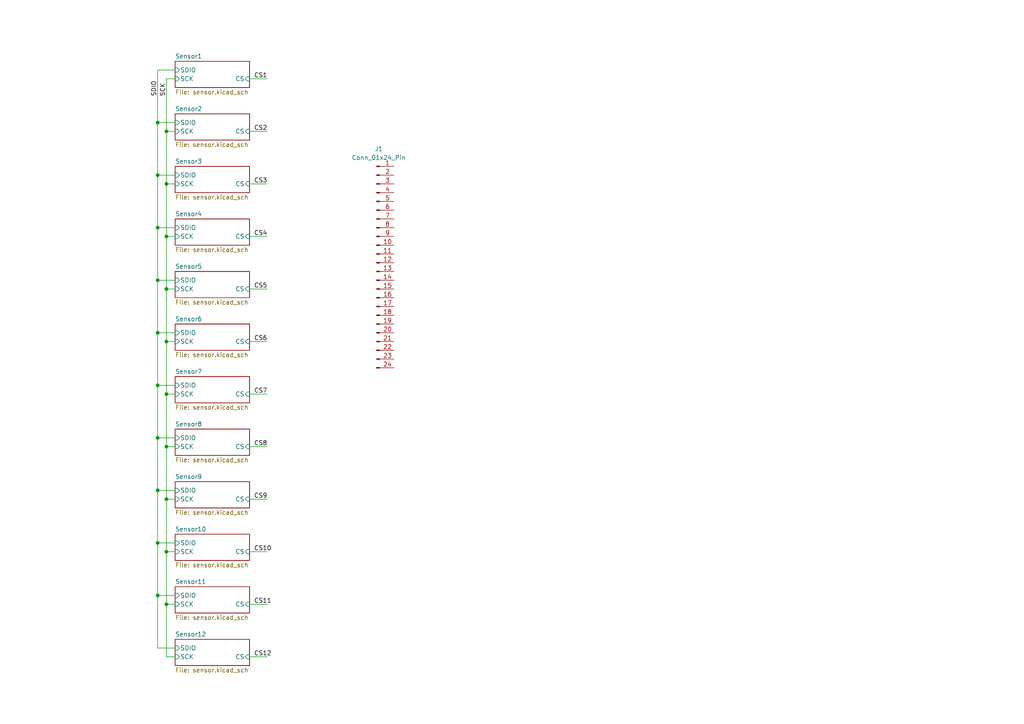
<source format=kicad_sch>
(kicad_sch (version 20231120) (generator "eeschema") (generator_version "8.0")
  (paper "A4")
  (lib_symbols
    (symbol "Connector:Conn_01x24_Pin" (pin_names (offset 1.016) hide)
      (property "Reference" "J" (at 0 30.48 0))
      (property "Value" "Conn_01x24_Pin" (at 0 -33.02 0))
      (symbol "Conn_01x24_Pin_1_1"
        (polyline (pts (xy 1.27 -30.48) (xy 0.8636 -30.48)) (stroke (width 0.1524)))
        (polyline (pts (xy 1.27 -27.94) (xy 0.8636 -27.94)) (stroke (width 0.1524)))
        (polyline (pts (xy 1.27 -25.4) (xy 0.8636 -25.4)) (stroke (width 0.1524)))
        (polyline (pts (xy 1.27 -22.86) (xy 0.8636 -22.86)) (stroke (width 0.1524)))
        (polyline (pts (xy 1.27 -20.32) (xy 0.8636 -20.32)) (stroke (width 0.1524)))
        (polyline (pts (xy 1.27 -17.78) (xy 0.8636 -17.78)) (stroke (width 0.1524)))
        (polyline (pts (xy 1.27 -15.24) (xy 0.8636 -15.24)) (stroke (width 0.1524)))
        (polyline (pts (xy 1.27 -12.7) (xy 0.8636 -12.7)) (stroke (width 0.1524)))
        (polyline (pts (xy 1.27 -10.16) (xy 0.8636 -10.16)) (stroke (width 0.1524)))
        (polyline (pts (xy 1.27 -7.62) (xy 0.8636 -7.62)) (stroke (width 0.1524)))
        (polyline (pts (xy 1.27 -5.08) (xy 0.8636 -5.08)) (stroke (width 0.1524)))
        (polyline (pts (xy 1.27 -2.54) (xy 0.8636 -2.54)) (stroke (width 0.1524)))
        (polyline (pts (xy 1.27 0) (xy 0.8636 0)) (stroke (width 0.1524)))
        (polyline (pts (xy 1.27 2.54) (xy 0.8636 2.54)) (stroke (width 0.1524)))
        (polyline (pts (xy 1.27 5.08) (xy 0.8636 5.08)) (stroke (width 0.1524)))
        (polyline (pts (xy 1.27 7.62) (xy 0.8636 7.62)) (stroke (width 0.1524)))
        (polyline (pts (xy 1.27 10.16) (xy 0.8636 10.16)) (stroke (width 0.1524)))
        (polyline (pts (xy 1.27 12.7) (xy 0.8636 12.7)) (stroke (width 0.1524)))
        (polyline (pts (xy 1.27 15.24) (xy 0.8636 15.24)) (stroke (width 0.1524)))
        (polyline (pts (xy 1.27 17.78) (xy 0.8636 17.78)) (stroke (width 0.1524)))
        (polyline (pts (xy 1.27 20.32) (xy 0.8636 20.32)) (stroke (width 0.1524)))
        (polyline (pts (xy 1.27 22.86) (xy 0.8636 22.86)) (stroke (width 0.1524)))
        (polyline (pts (xy 1.27 25.4) (xy 0.8636 25.4)) (stroke (width 0.1524)))
        (polyline (pts (xy 1.27 27.94) (xy 0.8636 27.94)) (stroke (width 0.1524)))
        (rectangle (start 0.8636 -30.353) (end 0 -30.607) (stroke (width 0.1524)) (fill (type outline)))
        (rectangle (start 0.8636 -27.813) (end 0 -28.067) (stroke (width 0.1524)) (fill (type outline)))
        (rectangle (start 0.8636 -25.273) (end 0 -25.527) (stroke (width 0.1524)) (fill (type outline)))
        (rectangle (start 0.8636 -22.733) (end 0 -22.987) (stroke (width 0.1524)) (fill (type outline)))
        (rectangle (start 0.8636 -20.193) (end 0 -20.447) (stroke (width 0.1524)) (fill (type outline)))
        (rectangle (start 0.8636 -17.653) (end 0 -17.907) (stroke (width 0.1524)) (fill (type outline)))
        (rectangle (start 0.8636 -15.113) (end 0 -15.367) (stroke (width 0.1524)) (fill (type outline)))
        (rectangle (start 0.8636 -12.573) (end 0 -12.827) (stroke (width 0.1524)) (fill (type outline)))
        (rectangle (start 0.8636 -10.033) (end 0 -10.287) (stroke (width 0.1524)) (fill (type outline)))
        (rectangle (start 0.8636 -7.493) (end 0 -7.747) (stroke (width 0.1524)) (fill (type outline)))
        (rectangle (start 0.8636 -4.953) (end 0 -5.207) (stroke (width 0.1524)) (fill (type outline)))
        (rectangle (start 0.8636 -2.413) (end 0 -2.667) (stroke (width 0.1524)) (fill (type outline)))
        (rectangle (start 0.8636 0.127) (end 0 -0.127) (stroke (width 0.1524)) (fill (type outline)))
        (rectangle (start 0.8636 2.667) (end 0 2.413) (stroke (width 0.1524)) (fill (type outline)))
        (rectangle (start 0.8636 5.207) (end 0 4.953) (stroke (width 0.1524)) (fill (type outline)))
        (rectangle (start 0.8636 7.747) (end 0 7.493) (stroke (width 0.1524)) (fill (type outline)))
        (rectangle (start 0.8636 10.287) (end 0 10.033) (stroke (width 0.1524)) (fill (type outline)))
        (rectangle (start 0.8636 12.827) (end 0 12.573) (stroke (width 0.1524)) (fill (type outline)))
        (rectangle (start 0.8636 15.367) (end 0 15.113) (stroke (width 0.1524)) (fill (type outline)))
        (rectangle (start 0.8636 17.907) (end 0 17.653) (stroke (width 0.1524)) (fill (type outline)))
        (rectangle (start 0.8636 20.447) (end 0 20.193) (stroke (width 0.1524)) (fill (type outline)))
        (rectangle (start 0.8636 22.987) (end 0 22.733) (stroke (width 0.1524)) (fill (type outline)))
        (rectangle (start 0.8636 25.527) (end 0 25.273) (stroke (width 0.1524)) (fill (type outline)))
        (rectangle (start 0.8636 28.067) (end 0 27.813) (stroke (width 0.1524)) (fill (type outline)))
        (pin passive line (at 5.08 27.94 180) (length 3.81) (name "Pin_1") (number "1"))
        (pin passive line (at 5.08 5.08 180) (length 3.81) (name "Pin_10") (number "10"))
        (pin passive line (at 5.08 2.54 180) (length 3.81) (name "Pin_11") (number "11"))
        (pin passive line (at 5.08 0 180) (length 3.81) (name "Pin_12") (number "12"))
        (pin passive line (at 5.08 -2.54 180) (length 3.81) (name "Pin_13") (number "13"))
        (pin passive line (at 5.08 -5.08 180) (length 3.81) (name "Pin_14") (number "14"))
        (pin passive line (at 5.08 -7.62 180) (length 3.81) (name "Pin_15") (number "15"))
        (pin passive line (at 5.08 -10.16 180) (length 3.81) (name "Pin_16") (number "16"))
        (pin passive line (at 5.08 -12.7 180) (length 3.81) (name "Pin_17") (number "17"))
        (pin passive line (at 5.08 -15.24 180) (length 3.81) (name "Pin_18") (number "18"))
        (pin passive line (at 5.08 -17.78 180) (length 3.81) (name "Pin_19") (number "19"))
        (pin passive line (at 5.08 25.4 180) (length 3.81) (name "Pin_2") (number "2"))
        (pin passive line (at 5.08 -20.32 180) (length 3.81) (name "Pin_20") (number "20"))
        (pin passive line (at 5.08 -22.86 180) (length 3.81) (name "Pin_21") (number "21"))
        (pin passive line (at 5.08 -25.4 180) (length 3.81) (name "Pin_22") (number "22"))
        (pin passive line (at 5.08 -27.94 180) (length 3.81) (name "Pin_23") (number "23"))
        (pin passive line (at 5.08 -30.48 180) (length 3.81) (name "Pin_24") (number "24"))
        (pin passive line (at 5.08 22.86 180) (length 3.81) (name "Pin_3") (number "3"))
        (pin passive line (at 5.08 20.32 180) (length 3.81) (name "Pin_4") (number "4"))
        (pin passive line (at 5.08 17.78 180) (length 3.81) (name "Pin_5") (number "5"))
        (pin passive line (at 5.08 15.24 180) (length 3.81) (name "Pin_6") (number "6"))
        (pin passive line (at 5.08 12.7 180) (length 3.81) (name "Pin_7") (number "7"))
        (pin passive line (at 5.08 10.16 180) (length 3.81) (name "Pin_8") (number "8"))
        (pin passive line (at 5.08 7.62 180) (length 3.81) (name "Pin_9") (number "9"))
      )
    )
  )
  (junction (at 48.26 68.58))
  (junction (at 48.26 175.26))
  (junction (at 45.72 66.04))
  (junction (at 45.72 172.72))
  (junction (at 45.72 96.52))
  (junction (at 48.26 83.82))
  (junction (at 45.72 111.76))
  (junction (at 45.72 127))
  (junction (at 45.72 81.28))
  (junction (at 48.26 38.1))
  (junction (at 45.72 157.48))
  (junction (at 48.26 144.78))
  (junction (at 48.26 114.3))
  (junction (at 45.72 50.8))
  (junction (at 48.26 129.54))
  (junction (at 45.72 35.56))
  (junction (at 45.72 142.24))
  (junction (at 48.26 160.02))
  (junction (at 48.26 53.34))
  (junction (at 48.26 99.06))
  (wire (pts (xy 72.39 22.86) (xy 77.47 22.86)))
  (wire (pts (xy 45.72 127) (xy 50.8 127)))
  (wire (pts (xy 48.26 114.3) (xy 50.8 114.3)))
  (wire (pts (xy 45.72 81.28) (xy 50.8 81.28)))
  (wire (pts (xy 72.39 68.58) (xy 77.47 68.58)))
  (wire (pts (xy 48.26 38.1) (xy 48.26 53.34)))
  (wire (pts (xy 45.72 187.96) (xy 45.72 172.72)))
  (wire (pts (xy 48.26 83.82) (xy 48.26 99.06)))
  (wire (pts (xy 48.26 129.54) (xy 48.26 144.78)))
  (wire (pts (xy 50.8 187.96) (xy 45.72 187.96)))
  (wire (pts (xy 48.26 99.06) (xy 48.26 114.3)))
  (wire (pts (xy 45.72 127) (xy 45.72 111.76)))
  (wire (pts (xy 45.72 111.76) (xy 50.8 111.76)))
  (wire (pts (xy 45.72 142.24) (xy 45.72 127)))
  (wire (pts (xy 45.72 50.8) (xy 45.72 35.56)))
  (wire (pts (xy 45.72 66.04) (xy 50.8 66.04)))
  (wire (pts (xy 45.72 66.04) (xy 45.72 50.8)))
  (wire (pts (xy 48.26 144.78) (xy 48.26 160.02)))
  (wire (pts (xy 72.39 99.06) (xy 77.47 99.06)))
  (wire (pts (xy 45.72 96.52) (xy 50.8 96.52)))
  (wire (pts (xy 48.26 144.78) (xy 50.8 144.78)))
  (wire (pts (xy 48.26 68.58) (xy 50.8 68.58)))
  (wire (pts (xy 45.72 172.72) (xy 45.72 157.48)))
  (wire (pts (xy 45.72 50.8) (xy 50.8 50.8)))
  (wire (pts (xy 72.39 160.02) (xy 77.47 160.02)))
  (wire (pts (xy 72.39 129.54) (xy 77.47 129.54)))
  (wire (pts (xy 48.26 175.26) (xy 48.26 190.5)))
  (wire (pts (xy 48.26 190.5) (xy 50.8 190.5)))
  (wire (pts (xy 48.26 160.02) (xy 48.26 175.26)))
  (wire (pts (xy 50.8 22.86) (xy 48.26 22.86)))
  (wire (pts (xy 48.26 129.54) (xy 50.8 129.54)))
  (wire (pts (xy 72.39 144.78) (xy 77.47 144.78)))
  (wire (pts (xy 48.26 83.82) (xy 50.8 83.82)))
  (wire (pts (xy 45.72 35.56) (xy 45.72 20.32)))
  (wire (pts (xy 45.72 172.72) (xy 50.8 172.72)))
  (wire (pts (xy 45.72 142.24) (xy 50.8 142.24)))
  (wire (pts (xy 72.39 114.3) (xy 77.47 114.3)))
  (wire (pts (xy 48.26 38.1) (xy 50.8 38.1)))
  (wire (pts (xy 45.72 157.48) (xy 45.72 142.24)))
  (wire (pts (xy 72.39 175.26) (xy 77.47 175.26)))
  (wire (pts (xy 48.26 53.34) (xy 48.26 68.58)))
  (wire (pts (xy 48.26 175.26) (xy 50.8 175.26)))
  (wire (pts (xy 48.26 99.06) (xy 50.8 99.06)))
  (wire (pts (xy 72.39 53.34) (xy 77.47 53.34)))
  (wire (pts (xy 45.72 96.52) (xy 45.72 81.28)))
  (wire (pts (xy 45.72 81.28) (xy 45.72 66.04)))
  (wire (pts (xy 45.72 157.48) (xy 50.8 157.48)))
  (wire (pts (xy 45.72 20.32) (xy 50.8 20.32)))
  (wire (pts (xy 48.26 68.58) (xy 48.26 83.82)))
  (wire (pts (xy 72.39 83.82) (xy 77.47 83.82)))
  (wire (pts (xy 45.72 111.76) (xy 45.72 96.52)))
  (wire (pts (xy 45.72 35.56) (xy 50.8 35.56)))
  (wire (pts (xy 48.26 160.02) (xy 50.8 160.02)))
  (wire (pts (xy 48.26 114.3) (xy 48.26 129.54)))
  (wire (pts (xy 48.26 53.34) (xy 50.8 53.34)))
  (wire (pts (xy 72.39 190.5) (xy 77.47 190.5)))
  (wire (pts (xy 48.26 22.86) (xy 48.26 38.1)))
  (wire (pts (xy 72.39 38.1) (xy 77.47 38.1)))
  (label "CS3" (at 73.66 53.34 0))
  (label "SCK" (at 48.26 27.94 90))
  (label "CS1" (at 73.66 22.86 0))
  (label "CS11" (at 73.66 175.26 0))
  (label "SDIO" (at 45.72 27.94 90))
  (label "CS2" (at 73.66 38.1 0))
  (label "CS10" (at 73.66 160.02 0))
  (label "CS9" (at 73.66 144.78 0))
  (label "CS7" (at 73.66 114.3 0))
  (label "CS6" (at 73.66 99.06 0))
  (label "CS5" (at 73.66 83.82 0))
  (label "CS8" (at 73.66 129.54 0))
  (label "CS4" (at 73.66 68.58 0))
  (label "CS12" (at 73.66 190.5 0))
  (symbol (lib_id "Connector:Conn_01x24_Pin") (at 109.22 76.2 0) (unit 1)
    (property "Reference" "J1" (at 109.855 43.18 0))
    (property "Value" "Conn_01x24_Pin" (at 109.855 45.72 0))
    (property "Description" "Generic connector, single row, 01x24, script generated" (effects (hide yes)))
  )
  (sheet (at 50.8 154.94) (size 21.59 7.62) (stroke (width 0.1524))
    (property "Sheetname" "Sensor10" (at 50.8 154.2284 0) (effects (justify left bottom)))
    (property "Sheetfile" "sensor.kicad_sch" (at 50.8 163.1446 0) (effects (justify left top)))
    (pin "SDIO" input (at 50.8 157.48 180))
    (pin "SCK" input (at 50.8 160.02 180))
    (pin "CS" input (at 72.39 160.02 0))
  )
  (sheet (at 50.8 93.98) (size 21.59 7.62) (stroke (width 0.1524))
    (property "Sheetname" "Sensor6" (at 50.8 93.2684 0) (effects (justify left bottom)))
    (property "Sheetfile" "sensor.kicad_sch" (at 50.8 102.1846 0) (effects (justify left top)))
    (pin "SDIO" input (at 50.8 96.52 180))
    (pin "SCK" input (at 50.8 99.06 180))
    (pin "CS" input (at 72.39 99.06 0))
  )
  (sheet (at 50.8 17.78) (size 21.59 7.62) (stroke (width 0.1524))
    (property "Sheetname" "Sensor1" (at 50.8 17.0684 0) (effects (justify left bottom)))
    (property "Sheetfile" "sensor.kicad_sch" (at 50.8 25.9846 0) (effects (justify left top)))
    (pin "SDIO" input (at 50.8 20.32 180))
    (pin "SCK" input (at 50.8 22.86 180))
    (pin "CS" input (at 72.39 22.86 0))
  )
  (sheet (at 50.8 109.22) (size 21.59 7.62) (stroke (width 0.1524))
    (property "Sheetname" "Sensor7" (at 50.8 108.5084 0) (effects (justify left bottom)))
    (property "Sheetfile" "sensor.kicad_sch" (at 50.8 117.4246 0) (effects (justify left top)))
    (pin "SDIO" input (at 50.8 111.76 180))
    (pin "SCK" input (at 50.8 114.3 180))
    (pin "CS" input (at 72.39 114.3 0))
  )
  (sheet (at 50.8 78.74) (size 21.59 7.62) (stroke (width 0.1524))
    (property "Sheetname" "Sensor5" (at 50.8 78.0284 0) (effects (justify left bottom)))
    (property "Sheetfile" "sensor.kicad_sch" (at 50.8 86.9446 0) (effects (justify left top)))
    (pin "SDIO" input (at 50.8 81.28 180))
    (pin "SCK" input (at 50.8 83.82 180))
    (pin "CS" input (at 72.39 83.82 0))
  )
  (sheet (at 50.8 139.7) (size 21.59 7.62) (stroke (width 0.1524))
    (property "Sheetname" "Sensor9" (at 50.8 138.9884 0) (effects (justify left bottom)))
    (property "Sheetfile" "sensor.kicad_sch" (at 50.8 147.9046 0) (effects (justify left top)))
    (pin "SDIO" input (at 50.8 142.24 180))
    (pin "SCK" input (at 50.8 144.78 180))
    (pin "CS" input (at 72.39 144.78 0))
  )
  (sheet (at 50.8 63.5) (size 21.59 7.62) (stroke (width 0.1524))
    (property "Sheetname" "Sensor4" (at 50.8 62.7884 0) (effects (justify left bottom)))
    (property "Sheetfile" "sensor.kicad_sch" (at 50.8 71.7046 0) (effects (justify left top)))
    (pin "SDIO" input (at 50.8 66.04 180))
    (pin "SCK" input (at 50.8 68.58 180))
    (pin "CS" input (at 72.39 68.58 0))
  )
  (sheet (at 50.8 170.18) (size 21.59 7.62) (stroke (width 0.1524))
    (property "Sheetname" "Sensor11" (at 50.8 169.4684 0) (effects (justify left bottom)))
    (property "Sheetfile" "sensor.kicad_sch" (at 50.8 178.3846 0) (effects (justify left top)))
    (pin "SDIO" input (at 50.8 172.72 180))
    (pin "SCK" input (at 50.8 175.26 180))
    (pin "CS" input (at 72.39 175.26 0))
  )
  (sheet (at 50.8 185.42) (size 21.59 7.62) (stroke (width 0.1524))
    (property "Sheetname" "Sensor12" (at 50.8 184.7084 0) (effects (justify left bottom)))
    (property "Sheetfile" "sensor.kicad_sch" (at 50.8 193.6246 0) (effects (justify left top)))
    (pin "SDIO" input (at 50.8 187.96 180))
    (pin "SCK" input (at 50.8 190.5 180))
    (pin "CS" input (at 72.39 190.5 0))
  )
  (sheet (at 50.8 48.26) (size 21.59 7.62) (stroke (width 0.1524))
    (property "Sheetname" "Sensor3" (at 50.8 47.5484 0) (effects (justify left bottom)))
    (property "Sheetfile" "sensor.kicad_sch" (at 50.8 56.4646 0) (effects (justify left top)))
    (pin "SDIO" input (at 50.8 50.8 180))
    (pin "SCK" input (at 50.8 53.34 180))
    (pin "CS" input (at 72.39 53.34 0))
  )
  (sheet (at 50.8 124.46) (size 21.59 7.62) (stroke (width 0.1524))
    (property "Sheetname" "Sensor8" (at 50.8 123.7484 0) (effects (justify left bottom)))
    (property "Sheetfile" "sensor.kicad_sch" (at 50.8 132.6646 0) (effects (justify left top)))
    (pin "SDIO" input (at 50.8 127 180))
    (pin "SCK" input (at 50.8 129.54 180))
    (pin "CS" input (at 72.39 129.54 0))
  )
  (sheet (at 50.8 33.02) (size 21.59 7.62) (stroke (width 0.1524))
    (property "Sheetname" "Sensor2" (at 50.8 32.3084 0) (effects (justify left bottom)))
    (property "Sheetfile" "sensor.kicad_sch" (at 50.8 41.2246 0) (effects (justify left top)))
    (pin "SDIO" input (at 50.8 35.56 180))
    (pin "SCK" input (at 50.8 38.1 180))
    (pin "CS" input (at 72.39 38.1 0))
  )
)
</source>
